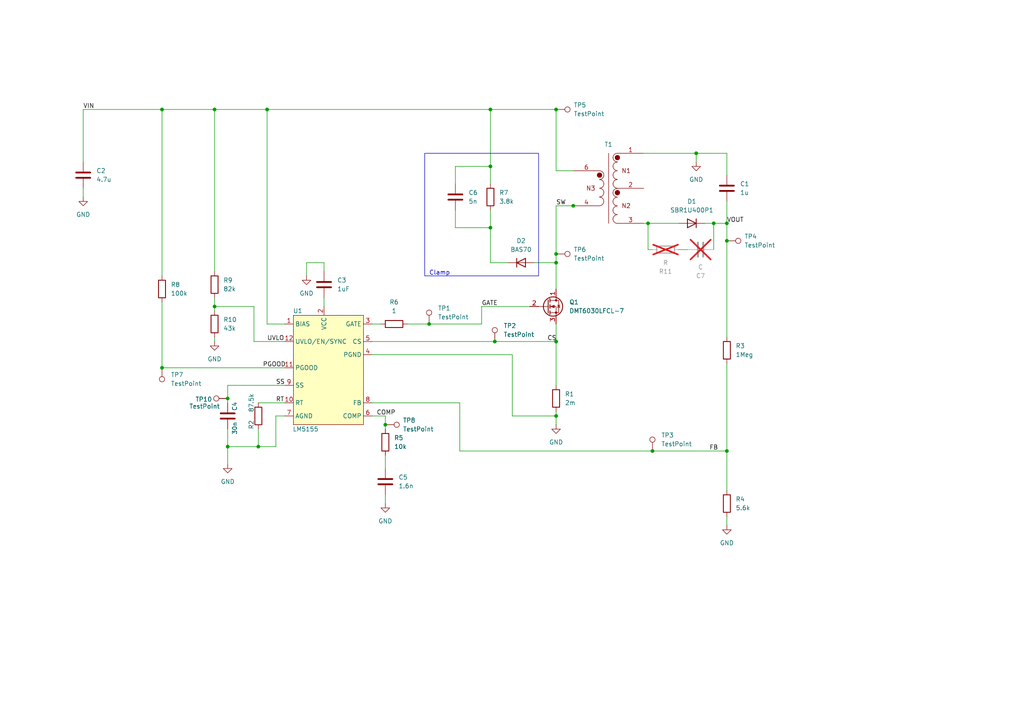
<source format=kicad_sch>
(kicad_sch (version 20250114) (generator "eeschema") (generator_version "9.0")
  (paper "A4")
  (lib_symbols
    (symbol "Connector:TestPoint" (pin_numbers (hide yes)) (pin_names (offset 0.762) (hide yes))
      (property "Reference" "TP" (at 0 6.858 0))
      (property "Value" "TestPoint" (at 0 5.08 0))
      (symbol "TestPoint_0_1"
        (circle (center 0 3.302) (radius 0.762))
      )
      (symbol "TestPoint_1_1"
        (pin passive line (at 0 0 90) (length 2.54) (name "1") (number "1"))
      )
    )
    (symbol "Device:C" (pin_numbers (hide yes)) (pin_names (offset 0.254))
      (property "Reference" "C" (at 0.635 2.54 0))
      (property "Value" "C" (at 0.635 -2.54 0))
      (symbol "C_0_1"
        (polyline (pts (xy -2.032 0.762) (xy 2.032 0.762)) (stroke (width 0.508)))
        (polyline (pts (xy -2.032 -0.762) (xy 2.032 -0.762)) (stroke (width 0.508)))
      )
      (symbol "C_1_1"
        (pin passive line (at 0 3.81 270) (length 2.794) (name "~") (number "1"))
        (pin passive line (at 0 -3.81 90) (length 2.794) (name "~") (number "2"))
      )
    )
    (symbol "Device:D" (pin_numbers (hide yes)) (pin_names (offset 1.016) (hide yes))
      (property "Reference" "D" (at 0 2.54 0))
      (property "Value" "D" (at 0 -2.54 0))
      (symbol "D_0_1"
        (polyline (pts (xy -1.27 1.27) (xy -1.27 -1.27)) (stroke (width 0.254)))
        (polyline (pts (xy 1.27 1.27) (xy 1.27 -1.27) (xy -1.27 0) (xy 1.27 1.27)) (stroke (width 0.254)))
        (polyline (pts (xy 1.27 0) (xy -1.27 0)))
      )
      (symbol "D_1_1"
        (pin passive line (at -3.81 0 0) (length 2.54) (name "K") (number "1"))
        (pin passive line (at 3.81 0 180) (length 2.54) (name "A") (number "2"))
      )
    )
    (symbol "Device:R" (pin_numbers (hide yes)) (pin_names (offset 0))
      (property "Reference" "R" (at 2.032 0 90))
      (property "Value" "R" (at 0 0 90))
      (symbol "R_0_1"
        (rectangle (start -1.016 -2.54) (end 1.016 2.54) (stroke (width 0.254)))
      )
      (symbol "R_1_1"
        (pin passive line (at 0 3.81 270) (length 1.27) (name "~") (number "1"))
        (pin passive line (at 0 -3.81 90) (length 1.27) (name "~") (number "2"))
      )
    )
    (symbol "LM5155-flyback:BAS70" (pin_numbers (hide yes)) (pin_names (hide yes))
      (property "Reference" "D" (at 0 2.54 0))
      (property "Value" "BAS70" (at 0 -2.54 0))
      (symbol "BAS70_0_1"
        (polyline (pts (xy -1.27 1.27) (xy -1.27 -1.27)) (stroke (width 0.254)))
        (polyline (pts (xy 1.27 1.27) (xy 1.27 -1.27) (xy -1.27 0) (xy 1.27 1.27)) (stroke (width 0.254)))
        (polyline (pts (xy 1.27 0) (xy -1.27 0)))
      )
      (symbol "BAS70_1_1"
        (pin passive line (at -3.81 0 0) (length 2.54) (name "K") (number "3"))
        (pin no_connect line (at -1.27 0 0) (length 2.54) (hide yes) (name "NC") (number "2"))
        (pin passive line (at 3.81 0 180) (length 2.54) (name "A") (number "1"))
      )
    )
    (symbol "LM5155-flyback:LM5155"
      (property "Reference" "U" (at -9.652 13.97 0))
      (property "Value" "LM5155" (at -6.604 -20.32 0))
      (symbol "LM5155_1_1"
        (rectangle (start -10.16 12.7) (end 10.16 -19.05) (fill (type background)))
        (pin power_in line (at -12.7 10.16 0) (length 2.54) (name "BIAS") (number "1"))
        (pin passive line (at -12.7 5.08 0) (length 2.54) (name "UVLO/EN/SYNC") (number "12"))
        (pin open_collector line (at -12.7 -2.54 0) (length 2.54) (name "PGOOD") (number "11"))
        (pin passive line (at -12.7 -7.62 0) (length 2.54) (name "SS") (number "9"))
        (pin passive line (at -12.7 -12.7 0) (length 2.54) (name "RT") (number "10"))
        (pin passive line (at -12.7 -16.51 0) (length 2.54) (hide yes) (name "") (number "13"))
        (pin power_in line (at -12.7 -16.51 0) (length 2.54) (name "AGND") (number "7"))
        (pin power_out line (at -1.27 15.24 270) (length 2.54) (name "VCC") (number "2"))
        (pin output line (at 12.7 10.16 180) (length 2.54) (name "GATE") (number "3"))
        (pin passive line (at 12.7 5.08 180) (length 2.54) (name "CS") (number "5"))
        (pin power_in line (at 12.7 1.27 180) (length 2.54) (name "PGND") (number "4"))
        (pin passive line (at 12.7 -12.7 180) (length 2.54) (name "FB") (number "8"))
        (pin passive line (at 12.7 -16.51 180) (length 2.54) (name "COMP") (number "6"))
      )
    )
    (symbol "Transformer_Wurth_WE-FLYLT:EP7-5801_750315825" (pin_names (hide yes))
      (property "Reference" "T" (at 0 12.7 0))
      (symbol "EP7-5801_750315825_0_1"
        (arc (start -1.27 8.89) (mid -1.6561 8.0137) (end -2.54 7.6454))
        (arc (start -1.27 6.35) (mid -1.6561 5.4737) (end -2.54 5.1054))
        (arc (start -1.27 3.81) (mid -1.6561 2.9337) (end -2.54 2.5654))
        (arc (start -1.27 1.27) (mid -1.6561 0.3937) (end -2.54 0.0254))
        (arc (start -2.54 10.16) (mid -1.642 9.788) (end -1.27 8.89))
        (arc (start -2.54 7.62) (mid -1.642 7.248) (end -1.27 6.35))
        (arc (start -2.54 5.08) (mid -1.642 4.708) (end -1.27 3.81))
        (arc (start -2.54 2.54) (mid -1.642 2.168) (end -1.27 1.27))
        (arc (start -1.2515 -1.3145) (mid -1.6376 -2.1908) (end -2.5215 -2.5591))
        (arc (start -1.2515 -3.8545) (mid -1.6376 -4.7308) (end -2.5215 -5.0991))
        (arc (start -1.2515 -6.3945) (mid -1.6376 -7.2708) (end -2.5215 -7.6391))
        (arc (start -1.2515 -8.9345) (mid -1.6376 -9.8108) (end -2.5215 -10.1791))
        (arc (start -2.5215 -0.0445) (mid -1.6235 -0.4165) (end -1.2515 -1.3145))
        (arc (start -2.5215 -2.5845) (mid -1.6235 -2.9565) (end -1.2515 -3.8545))
        (arc (start -2.5215 -5.1245) (mid -1.6235 -5.4965) (end -1.2515 -6.3945))
        (arc (start -2.5215 -7.6645) (mid -1.6235 -8.0365) (end -1.2515 -8.9345))
        (polyline (pts (xy 0 10.16) (xy 0 -10.16)))
        (arc (start 1.397 3.81) (mid 1.7472 4.7118) (end 2.6416 5.08))
        (arc (start 1.397 1.27) (mid 1.7472 2.1718) (end 2.6416 2.54))
        (arc (start 1.397 -1.27) (mid 1.7472 -0.3682) (end 2.6416 0))
        (arc (start 2.6416 2.5654) (mid 1.7611 2.9297) (end 1.397 3.81))
        (arc (start 2.6416 0.0254) (mid 1.7611 0.3897) (end 1.397 1.27))
        (arc (start 2.6416 -2.5146) (mid 1.7611 -2.1503) (end 1.397 -1.27))
        (arc (start 1.4224 -3.81) (mid 1.7727 -2.9087) (end 2.667 -2.54))
        (arc (start 2.667 -5.0546) (mid 1.7871 -4.6899) (end 1.4224 -3.81))
      )
      (symbol "EP7-5801_750315825_1_1"
        (circle (center -2.54 8.89) (radius 0.0001) (stroke (width 0.762)))
        (circle (center -2.54 -1.27) (radius 0.0001) (stroke (width 0.762)))
        (circle (center 2.6416 3.81) (radius 0.0001) (stroke (width 0.762)))
        (text "N1" (at -5.08 5.08 0) (effects (font (size 1.27 1.27))))
        (text "N2" (at -5.08 -5.08 0) (effects (font (size 1.27 1.27))))
        (text "N3" (at 5.1816 0 0) (effects (font (size 1.27 1.27))))
        (pin passive line (at -10.16 10.16 0) (length 7.62) (name "1") (number "1"))
        (pin passive line (at -10.16 0 0) (length 7.62) (name "2") (number "2"))
        (pin passive line (at -10.16 -10.16 0) (length 7.62) (name "3") (number "3"))
        (pin passive line (at 10.2616 5.08 180) (length 7.62) (name "6") (number "6"))
        (pin passive line (at 10.2616 -5.08 180) (length 7.62) (name "4") (number "4"))
      )
    )
    (symbol "Transistor_FET:Q_NMOS_DGS" (pin_names (offset 0) (hide yes))
      (property "Reference" "Q" (at 5.08 1.905 0))
      (property "Value" "Q_NMOS_DGS" (at 5.08 0 0))
      (symbol "Q_NMOS_DGS_0_1"
        (polyline (pts (xy 0.254 1.905) (xy 0.254 -1.905)) (stroke (width 0.254)))
        (polyline (pts (xy 0.254 0) (xy -2.54 0)))
        (polyline (pts (xy 0.762 2.286) (xy 0.762 1.27)) (stroke (width 0.254)))
        (polyline (pts (xy 0.762 0.508) (xy 0.762 -0.508)) (stroke (width 0.254)))
        (polyline (pts (xy 0.762 -1.27) (xy 0.762 -2.286)) (stroke (width 0.254)))
        (polyline (pts (xy 0.762 -1.778) (xy 3.302 -1.778) (xy 3.302 1.778) (xy 0.762 1.778)))
        (polyline (pts (xy 1.016 0) (xy 2.032 0.381) (xy 2.032 -0.381) (xy 1.016 0)) (fill (type outline)))
        (circle (center 1.651 0) (radius 2.794) (stroke (width 0.254)))
        (polyline (pts (xy 2.54 2.54) (xy 2.54 1.778)))
        (circle (center 2.54 1.778) (radius 0.254) (fill (type outline)))
        (circle (center 2.54 -1.778) (radius 0.254) (fill (type outline)))
        (polyline (pts (xy 2.54 -2.54) (xy 2.54 0) (xy 0.762 0)))
        (polyline (pts (xy 2.921 0.381) (xy 3.683 0.381)))
        (polyline (pts (xy 3.302 0.381) (xy 2.921 -0.254) (xy 3.683 -0.254) (xy 3.302 0.381)))
      )
      (symbol "Q_NMOS_DGS_1_1"
        (pin input line (at -5.08 0 0) (length 2.54) (name "G") (number "2"))
        (pin passive line (at 2.54 5.08 270) (length 2.54) (name "D") (number "1"))
        (pin passive line (at 2.54 -5.08 90) (length 2.54) (name "S") (number "3"))
      )
    )
    (symbol "power:GND" (power) (pin_numbers (hide yes)) (pin_names (offset 0) (hide yes))
      (property "Value" "GND" (at 0 -3.81 0))
      (symbol "GND_0_1"
        (polyline (pts (xy 0 0) (xy 0 -1.27) (xy 1.27 -1.27) (xy 0 -2.54) (xy -1.27 -1.27) (xy 0 -1.27)))
      )
      (symbol "GND_1_1"
        (pin power_in line (at 0 0 270) (length 0) (name "~") (number "1"))
      )
    )
  )
  (rectangle (start 123.19 44.45) (end 156.21 80.01))
  (text "Clamp" (at 127.508 79.248 0) (effects (font (size 1.27 1.27))))
  (junction (at 189.23 130.81))
  (junction (at 142.24 48.26))
  (junction (at 124.46 93.98))
  (junction (at 143.51 99.06))
  (junction (at 66.04 129.54))
  (junction (at 62.23 88.9))
  (junction (at 111.76 123.19))
  (junction (at 161.29 31.75))
  (junction (at 207.01 64.77))
  (junction (at 161.29 99.06))
  (junction (at 201.93 44.45))
  (junction (at 161.29 76.2))
  (junction (at 187.96 64.77))
  (junction (at 161.29 73.66))
  (junction (at 142.24 31.75))
  (junction (at 166.2684 59.69))
  (junction (at 66.04 115.57))
  (junction (at 74.93 129.54))
  (junction (at 210.82 64.77))
  (junction (at 62.23 31.75))
  (junction (at 46.99 31.75))
  (junction (at 142.24 66.04))
  (junction (at 77.47 31.75))
  (junction (at 161.29 120.65))
  (junction (at 210.82 130.81))
  (junction (at 210.82 69.85))
  (junction (at 46.99 106.68))
  (wire (pts (xy 66.04 124.46) (xy 66.04 129.54)))
  (wire (pts (xy 142.24 48.26) (xy 142.24 31.75)))
  (wire (pts (xy 189.23 72.39) (xy 187.96 72.39)))
  (wire (pts (xy 88.9 76.2) (xy 93.98 76.2)))
  (wire (pts (xy 74.93 116.84) (xy 82.55 116.84)))
  (wire (pts (xy 161.29 59.69) (xy 161.29 73.66)))
  (wire (pts (xy 46.99 31.75) (xy 46.99 80.01)))
  (wire (pts (xy 46.99 31.75) (xy 62.23 31.75)))
  (wire (pts (xy 161.29 73.66) (xy 161.29 76.2)))
  (wire (pts (xy 62.23 97.79) (xy 62.23 99.06)))
  (wire (pts (xy 142.24 53.34) (xy 142.24 48.26)))
  (wire (pts (xy 62.23 31.75) (xy 62.23 78.74)))
  (wire (pts (xy 210.82 64.77) (xy 210.82 58.42)))
  (wire (pts (xy 62.23 88.9) (xy 73.66 88.9)))
  (wire (pts (xy 107.95 99.06) (xy 143.51 99.06)))
  (wire (pts (xy 161.29 119.38) (xy 161.29 120.65)))
  (wire (pts (xy 118.11 93.98) (xy 124.46 93.98)))
  (wire (pts (xy 166.37 59.69) (xy 166.2684 59.69)))
  (wire (pts (xy 196.85 72.39) (xy 199.39 72.39)))
  (wire (pts (xy 62.23 86.36) (xy 62.23 88.9)))
  (wire (pts (xy 66.04 111.76) (xy 82.55 111.76)))
  (wire (pts (xy 161.29 120.65) (xy 161.29 123.19)))
  (wire (pts (xy 124.46 93.98) (xy 139.7 93.98)))
  (wire (pts (xy 66.04 115.57) (xy 66.04 116.84)))
  (wire (pts (xy 142.24 76.2) (xy 142.24 66.04)))
  (wire (pts (xy 166.2684 59.69) (xy 161.29 59.69)))
  (wire (pts (xy 62.23 31.75) (xy 77.47 31.75)))
  (wire (pts (xy 210.82 69.85) (xy 210.82 97.79)))
  (wire (pts (xy 66.04 111.76) (xy 66.04 115.57)))
  (wire (pts (xy 111.76 123.19) (xy 111.76 124.46)))
  (wire (pts (xy 201.93 44.45) (xy 186.69 44.45)))
  (wire (pts (xy 210.82 50.8) (xy 210.82 44.45)))
  (wire (pts (xy 161.29 31.75) (xy 142.24 31.75)))
  (wire (pts (xy 210.82 44.45) (xy 201.93 44.45)))
  (wire (pts (xy 107.95 116.84) (xy 133.35 116.84)))
  (wire (pts (xy 24.13 31.75) (xy 24.13 46.99)))
  (wire (pts (xy 74.93 124.46) (xy 74.93 129.54)))
  (wire (pts (xy 111.76 120.65) (xy 111.76 123.19)))
  (wire (pts (xy 161.29 76.2) (xy 161.29 83.82)))
  (wire (pts (xy 66.04 129.54) (xy 66.04 134.62)))
  (wire (pts (xy 132.08 66.04) (xy 142.24 66.04)))
  (wire (pts (xy 147.32 76.2) (xy 142.24 76.2)))
  (wire (pts (xy 46.99 87.63) (xy 46.99 106.68)))
  (wire (pts (xy 133.35 130.81) (xy 189.23 130.81)))
  (wire (pts (xy 93.98 76.2) (xy 93.98 78.74)))
  (wire (pts (xy 139.7 93.98) (xy 139.7 88.9)))
  (wire (pts (xy 161.29 99.06) (xy 161.29 111.76)))
  (wire (pts (xy 132.08 53.34) (xy 132.08 48.26)))
  (wire (pts (xy 201.93 44.45) (xy 201.93 46.99)))
  (wire (pts (xy 161.29 49.53) (xy 166.2684 49.53)))
  (wire (pts (xy 93.98 86.36) (xy 93.98 88.9)))
  (wire (pts (xy 88.9 80.01) (xy 88.9 76.2)))
  (wire (pts (xy 207.01 64.77) (xy 210.82 64.77)))
  (wire (pts (xy 207.01 64.77) (xy 207.01 72.39)))
  (wire (pts (xy 73.66 99.06) (xy 82.55 99.06)))
  (wire (pts (xy 46.99 106.68) (xy 82.55 106.68)))
  (wire (pts (xy 161.29 93.98) (xy 161.29 99.06)))
  (wire (pts (xy 133.35 116.84) (xy 133.35 130.81)))
  (wire (pts (xy 107.95 102.87) (xy 148.59 102.87)))
  (wire (pts (xy 80.01 129.54) (xy 74.93 129.54)))
  (wire (pts (xy 77.47 93.98) (xy 77.47 31.75)))
  (wire (pts (xy 139.7 88.9) (xy 153.67 88.9)))
  (wire (pts (xy 132.08 60.96) (xy 132.08 66.04)))
  (wire (pts (xy 187.96 64.77) (xy 196.85 64.77)))
  (wire (pts (xy 111.76 120.65) (xy 107.95 120.65)))
  (wire (pts (xy 73.66 88.9) (xy 73.66 99.06)))
  (wire (pts (xy 107.95 93.98) (xy 110.49 93.98)))
  (wire (pts (xy 161.29 49.53) (xy 161.29 31.75)))
  (wire (pts (xy 210.82 149.86) (xy 210.82 152.4)))
  (wire (pts (xy 189.23 130.81) (xy 210.82 130.81)))
  (wire (pts (xy 111.76 143.51) (xy 111.76 146.05)))
  (wire (pts (xy 24.13 31.75) (xy 46.99 31.75)))
  (wire (pts (xy 80.01 120.65) (xy 80.01 129.54)))
  (wire (pts (xy 187.96 72.39) (xy 187.96 64.77)))
  (wire (pts (xy 210.82 64.77) (xy 210.82 69.85)))
  (wire (pts (xy 132.08 48.26) (xy 142.24 48.26)))
  (wire (pts (xy 62.23 88.9) (xy 62.23 90.17)))
  (wire (pts (xy 210.82 130.81) (xy 210.82 142.24)))
  (wire (pts (xy 142.24 60.96) (xy 142.24 66.04)))
  (wire (pts (xy 204.47 64.77) (xy 207.01 64.77)))
  (wire (pts (xy 142.24 31.75) (xy 77.47 31.75)))
  (wire (pts (xy 154.94 76.2) (xy 161.29 76.2)))
  (wire (pts (xy 82.55 120.65) (xy 80.01 120.65)))
  (wire (pts (xy 143.51 99.06) (xy 161.29 99.06)))
  (wire (pts (xy 82.55 93.98) (xy 77.47 93.98)))
  (wire (pts (xy 111.76 132.08) (xy 111.76 135.89)))
  (wire (pts (xy 210.82 105.41) (xy 210.82 130.81)))
  (wire (pts (xy 148.59 120.65) (xy 161.29 120.65)))
  (wire (pts (xy 24.13 54.61) (xy 24.13 57.15)))
  (wire (pts (xy 74.93 129.54) (xy 66.04 129.54)))
  (wire (pts (xy 186.69 64.77) (xy 187.96 64.77)))
  (wire (pts (xy 148.59 102.87) (xy 148.59 120.65)))
  (label "SS" (at 80.01 111.76 0))
  (label "PGOOD" (at 76.2 106.68 0))
  (label "RT" (at 80.01 116.84 0))
  (label "CS" (at 158.75 99.06 0))
  (label "VOUT" (at 210.82 64.77 0))
  (label "VIN" (at 24.13 31.75 0))
  (label "SW" (at 161.29 59.69 0))
  (label "FB" (at 205.74 130.81 0))
  (label "UVLO" (at 77.47 99.06 0))
  (label "GATE" (at 139.7 88.9 0))
  (label "COMP" (at 109.22 120.65 0))
  (symbol (lib_id "power:GND") (at 210.82 152.4 0) (unit 1)
    (property "Reference" "#PWR06" (effects (hide yes)))
    (property "Value" "GND" (at 210.82 157.48 0))
    (property "Description" "Power symbol creates a global label with name \"GND\" , ground" (effects (hide yes)))
  )
  (symbol (lib_id "Connector:TestPoint") (at 111.76 123.19 270) (unit 1)
    (property "Reference" "TP8" (at 116.84 121.9199 90) (effects (justify left)))
    (property "Value" "TestPoint" (at 116.84 124.4599 90) (effects (justify left)))
    (property "Footprint" "TestPoint:TestPoint_Keystone_5019_Miniature" (effects (hide yes)))
    (property "Description" "test point" (effects (hide yes)))
  )
  (symbol (lib_id "Device:R") (at 111.76 128.27 0) (unit 1)
    (property "Reference" "R5" (at 114.3 126.9999 0) (effects (justify left)))
    (property "Value" "10k" (at 114.3 129.5399 0) (effects (justify left)))
    (property "Footprint" "Resistor_SMD:R_0805_2012Metric_Pad1.20x1.40mm_HandSolder" (effects (hide yes)))
    (property "Description" "Resistor" (effects (hide yes)))
  )
  (symbol (lib_id "Connector:TestPoint") (at 46.99 106.68 180) (unit 1)
    (property "Reference" "TP7" (at 49.53 108.7119 0) (effects (justify right)))
    (property "Value" "TestPoint" (at 49.53 111.2519 0) (effects (justify right)))
    (property "Footprint" "TestPoint:TestPoint_Keystone_5019_Miniature" (effects (hide yes)))
    (property "Description" "test point" (effects (hide yes)))
  )
  (symbol (lib_id "Device:R") (at 74.93 120.65 180) (unit 1)
    (property "Reference" "R2" (at 72.898 123.19 90))
    (property "Value" "87.5k" (at 72.898 116.84 90))
    (property "Footprint" "Resistor_SMD:R_0805_2012Metric_Pad1.20x1.40mm_HandSolder" (effects (hide yes)))
    (property "Description" "Resistor" (effects (hide yes)))
  )
  (symbol (lib_id "Device:R") (at 210.82 146.05 0) (unit 1)
    (property "Reference" "R4" (at 213.36 144.7799 0) (effects (justify left)))
    (property "Value" "5.6k" (at 213.36 147.3199 0) (effects (justify left)))
    (property "Footprint" "Resistor_SMD:R_0805_2012Metric_Pad1.20x1.40mm_HandSolder" (effects (hide yes)))
    (property "Description" "Resistor" (effects (hide yes)))
  )
  (symbol (lib_id "Transformer_Wurth_WE-FLYLT:EP7-5801_750315825") (at 176.53 54.61 0) (mirror y) (unit 1)
    (property "Reference" "T1" (at 176.4792 41.91 0))
    (property "Value" "EP7-5801_750315825" (effects (hide yes)))
    (property "Footprint" "Transformer_SMD_Wurth:T_Wurth_WE-FLYLT-EP7-5801" (effects (hide yes)))
    (property "Datasheet" "https://www.we-online.com/catalog/datasheet/750315825.pdf?ki" (effects (hide yes)))
    (property "Description" "Flyback Transformers for Linear Technology" (effects (hide yes)))
    (property "Manufacturer" "Wurth Elektronik" (effects (hide yes)))
    (property "Manufacturer URL" "https://www.we-online.com" (effects (hide yes)))
    (property "Published Date" "20250409" (effects (hide yes)))
    (property "Match Code" "WE-FLYLT" (effects (hide yes)))
    (property "Part Number" "750315825" (effects (hide yes)))
    (property "Size" "EP7-5801" (effects (hide yes)))
    (property "Mounting Technology" "SMT" (effects (hide yes)))
    (property "VIN" "36 - 72 V (DC)" (effects (hide yes)))
    (property "VOut1 (V)" "3.3" (effects (hide yes)))
    (property "IOut1 (mA)" "1000" (effects (hide yes)))
    (property "VOut2 (V)" "–" (effects (hide yes)))
    (property "IOut2 (mA)" "–" (effects (hide yes)))
    (property "Vaux (V)" "–" (effects (hide yes)))
    (property "L (µH)" "150.0" (effects (hide yes)))
    (property "n" "8:1" (effects (hide yes)))
    (property "ISAT (A)" "0.9" (effects (hide yes)))
    (property "LS (µH)" "6.0" (effects (hide yes)))
    (property "VT (V)" "1500" (effects (hide yes)))
    (property "IC Reference" "LT8303" (effects (hide yes)))
  )
  (symbol (lib_id "Device:R") (at 62.23 82.55 0) (unit 1)
    (property "Reference" "R9" (at 64.77 81.2799 0) (effects (justify left)))
    (property "Value" "82k" (at 64.77 83.8199 0) (effects (justify left)))
    (property "Footprint" "Resistor_SMD:R_0805_2012Metric_Pad1.20x1.40mm_HandSolder" (effects (hide yes)))
    (property "Description" "Resistor" (effects (hide yes)))
  )
  (symbol (lib_id "LM5155-flyback:BAS70") (at 151.13 76.2 0) (unit 1)
    (property "Reference" "D2" (at 151.13 69.85 0))
    (property "Value" "BAS70" (at 151.13 72.39 0))
    (property "Footprint" "Package_TO_SOT_SMD:SOT-23" (effects (hide yes)))
    (property "Datasheet" "https://www.diodes.com/assets/Datasheets/Ds12004.pdf" (effects (hide yes)))
    (property "Description" "250V, 0.4A, High-speed Switching Diode, SOT-23" (effects (hide yes)))
  )
  (symbol (lib_id "LM5155-flyback:LM5155") (at 95.25 104.14 0) (unit 1)
    (property "Reference" "U1" (at 86.36 90.17 0))
    (property "Value" "LM5155" (at 88.646 124.46 0))
    (property "Footprint" "LM5155-flyback:WSON-12-1EP_3x2mm_P0.5mm_EP1x2.65_ThermalVias" (effects (hide yes)))
    (property "Datasheet" "https://www.ti.com/lit/ds/symlink/lm5155.pdf" (effects (hide yes)))
    (property "Description" "2.2-MHz Wide Input Nonsynchronous Boost, SEPIC, Flyback Controller" (effects (hide yes)))
  )
  (symbol (lib_id "Connector:TestPoint") (at 124.46 93.98 0) (unit 1)
    (property "Reference" "TP1" (at 127 89.4079 0) (effects (justify left)))
    (property "Value" "TestPoint" (at 127 91.9479 0) (effects (justify left)))
    (property "Footprint" "TestPoint:TestPoint_Keystone_5019_Miniature" (effects (hide yes)))
    (property "Description" "test point" (effects (hide yes)))
  )
  (symbol (lib_id "power:GND") (at 161.29 123.19 0) (unit 1)
    (property "Reference" "#PWR02" (effects (hide yes)))
    (property "Value" "GND" (at 161.29 128.27 0))
    (property "Description" "Power symbol creates a global label with name \"GND\" , ground" (effects (hide yes)))
  )
  (symbol (lib_id "power:GND") (at 66.04 134.62 0) (unit 1)
    (property "Reference" "#PWR04" (effects (hide yes)))
    (property "Value" "GND" (at 66.04 139.7 0))
    (property "Description" "Power symbol creates a global label with name \"GND\" , ground" (effects (hide yes)))
  )
  (symbol (lib_id "Device:C") (at 66.04 120.65 0) (unit 1)
    (property "Reference" "C4" (at 68.072 117.856 90))
    (property "Value" "30n" (at 68.072 124.206 90))
    (property "Footprint" "Capacitor_SMD:C_0805_2012Metric_Pad1.18x1.45mm_HandSolder" (effects (hide yes)))
    (property "Description" "Unpolarized capacitor" (effects (hide yes)))
  )
  (symbol (lib_id "power:GND") (at 201.93 46.99 0) (unit 1)
    (property "Reference" "#PWR01" (effects (hide yes)))
    (property "Value" "GND" (at 201.93 52.07 0))
    (property "Description" "Power symbol creates a global label with name \"GND\" , ground" (effects (hide yes)))
  )
  (symbol (lib_id "Transistor_FET:Q_NMOS_DGS") (at 158.75 88.9 0) (unit 1)
    (property "Reference" "Q1" (at 165.1 87.6299 0) (effects (justify left)))
    (property "Value" "DMT6030LFCL-7" (at 165.1 90.1699 0) (effects (justify left)))
    (property "Footprint" "LM5155-flyback:U-DFN1616-6" (effects (hide yes)))
    (property "Description" "N-MOSFET transistor, drain/gate/source" (effects (hide yes)))
  )
  (symbol (lib_id "Device:R") (at 193.04 72.39 90) (mirror x) (unit 1) (dnp yes)
    (property "Reference" "R11" (at 193.04 78.74 90))
    (property "Value" "R" (at 193.04 76.2 90))
    (property "Footprint" "Resistor_SMD:R_0805_2012Metric_Pad1.20x1.40mm_HandSolder" (effects (hide yes)))
    (property "Description" "Resistor" (effects (hide yes)))
  )
  (symbol (lib_id "Connector:TestPoint") (at 189.23 130.81 0) (unit 1)
    (property "Reference" "TP3" (at 191.77 126.2379 0) (effects (justify left)))
    (property "Value" "TestPoint" (at 191.77 128.7779 0) (effects (justify left)))
    (property "Footprint" "TestPoint:TestPoint_Keystone_5019_Miniature" (effects (hide yes)))
    (property "Description" "test point" (effects (hide yes)))
  )
  (symbol (lib_id "Device:C") (at 111.76 139.7 0) (unit 1)
    (property "Reference" "C5" (at 115.57 138.4299 0) (effects (justify left)))
    (property "Value" "1.6n" (at 115.57 140.9699 0) (effects (justify left)))
    (property "Footprint" "Capacitor_SMD:C_0805_2012Metric_Pad1.18x1.45mm_HandSolder" (effects (hide yes)))
    (property "Description" "Unpolarized capacitor" (effects (hide yes)))
  )
  (symbol (lib_id "power:GND") (at 24.13 57.15 0) (unit 1)
    (property "Reference" "#PWR03" (effects (hide yes)))
    (property "Value" "GND" (at 24.13 62.23 0))
    (property "Description" "Power symbol creates a global label with name \"GND\" , ground" (effects (hide yes)))
  )
  (symbol (lib_id "power:GND") (at 88.9 80.01 0) (unit 1)
    (property "Reference" "#PWR05" (effects (hide yes)))
    (property "Value" "GND" (at 88.9 85.09 0))
    (property "Description" "Power symbol creates a global label with name \"GND\" , ground" (effects (hide yes)))
  )
  (symbol (lib_id "Device:R") (at 210.82 101.6 0) (unit 1)
    (property "Reference" "R3" (at 213.36 100.3299 0) (effects (justify left)))
    (property "Value" "1Meg" (at 213.36 102.8699 0) (effects (justify left)))
    (property "Footprint" "Resistor_SMD:R_0805_2012Metric_Pad1.20x1.40mm_HandSolder" (effects (hide yes)))
    (property "Description" "Resistor" (effects (hide yes)))
  )
  (symbol (lib_id "Device:C") (at 93.98 82.55 0) (unit 1)
    (property "Reference" "C3" (at 97.79 81.2799 0) (effects (justify left)))
    (property "Value" "1uF" (at 97.79 83.8199 0) (effects (justify left)))
    (property "Footprint" "Capacitor_SMD:C_0805_2012Metric_Pad1.18x1.45mm_HandSolder" (effects (hide yes)))
    (property "Description" "Unpolarized capacitor" (effects (hide yes)))
  )
  (symbol (lib_id "Device:R") (at 114.3 93.98 90) (unit 1)
    (property "Reference" "R6" (at 114.3 87.63 90))
    (property "Value" "1" (at 114.3 90.17 90))
    (property "Footprint" "Resistor_SMD:R_0805_2012Metric_Pad1.20x1.40mm_HandSolder" (effects (hide yes)))
    (property "Description" "Resistor" (effects (hide yes)))
  )
  (symbol (lib_id "Device:R") (at 46.99 83.82 0) (unit 1)
    (property "Reference" "R8" (at 49.53 82.5499 0) (effects (justify left)))
    (property "Value" "100k" (at 49.53 85.0899 0) (effects (justify left)))
    (property "Footprint" "Resistor_SMD:R_0805_2012Metric_Pad1.20x1.40mm_HandSolder" (effects (hide yes)))
    (property "Description" "Resistor" (effects (hide yes)))
  )
  (symbol (lib_id "Connector:TestPoint") (at 143.51 99.06 0) (unit 1)
    (property "Reference" "TP2" (at 146.05 94.4879 0) (effects (justify left)))
    (property "Value" "TestPoint" (at 146.05 97.0279 0) (effects (justify left)))
    (property "Footprint" "TestPoint:TestPoint_Keystone_5019_Miniature" (effects (hide yes)))
    (property "Description" "test point" (effects (hide yes)))
  )
  (symbol (lib_id "Connector:TestPoint") (at 161.29 31.75 270) (unit 1)
    (property "Reference" "TP5" (at 166.37 30.4799 90) (effects (justify left)))
    (property "Value" "TestPoint" (at 166.37 33.0199 90) (effects (justify left)))
    (property "Footprint" "TestPoint:TestPoint_Keystone_5019_Miniature" (effects (hide yes)))
    (property "Description" "test point" (effects (hide yes)))
  )
  (symbol (lib_id "power:GND") (at 62.23 99.06 0) (unit 1)
    (property "Reference" "#PWR08" (effects (hide yes)))
    (property "Value" "GND" (at 62.23 104.14 0))
    (property "Description" "Power symbol creates a global label with name \"GND\" , ground" (effects (hide yes)))
  )
  (symbol (lib_id "Device:R") (at 142.24 57.15 0) (unit 1)
    (property "Reference" "R7" (at 144.78 55.8799 0) (effects (justify left)))
    (property "Value" "3.8k" (at 144.78 58.4199 0) (effects (justify left)))
    (property "Footprint" "Resistor_SMD:R_0805_2012Metric_Pad1.20x1.40mm_HandSolder" (effects (hide yes)))
    (property "Description" "Resistor" (effects (hide yes)))
  )
  (symbol (lib_id "Device:C") (at 132.08 57.15 0) (unit 1)
    (property "Reference" "C6" (at 135.89 55.8799 0) (effects (justify left)))
    (property "Value" "5n" (at 135.89 58.4199 0) (effects (justify left)))
    (property "Footprint" "Capacitor_SMD:C_0805_2012Metric_Pad1.18x1.45mm_HandSolder" (effects (hide yes)))
    (property "Description" "Unpolarized capacitor" (effects (hide yes)))
  )
  (symbol (lib_id "Device:C") (at 24.13 50.8 0) (unit 1)
    (property "Reference" "C2" (at 27.94 49.5299 0) (effects (justify left)))
    (property "Value" "4.7u" (at 27.94 52.0699 0) (effects (justify left)))
    (property "Footprint" "Capacitor_SMD:C_0805_2012Metric_Pad1.18x1.45mm_HandSolder" (effects (hide yes)))
    (property "Description" "Unpolarized capacitor" (effects (hide yes)))
  )
  (symbol (lib_id "Device:D") (at 200.66 64.77 180) (unit 1)
    (property "Reference" "D1" (at 200.66 58.42 0))
    (property "Value" "SBR1U400P1" (at 200.66 60.96 0))
    (property "Footprint" "Diode_SMD:D_PowerDI-123" (effects (hide yes)))
    (property "Description" "Diode" (effects (hide yes)))
    (property "Sim.Device" "D" (effects (hide yes)))
    (property "Sim.Pins" "1=K 2=A" (effects (hide yes)))
  )
  (symbol (lib_id "Device:C") (at 210.82 54.61 0) (unit 1)
    (property "Reference" "C1" (at 214.63 53.3399 0) (effects (justify left)))
    (property "Value" "1u" (at 214.63 55.8799 0) (effects (justify left)))
    (property "Footprint" "Capacitor_SMD:C_2220_5750Metric_Pad1.97x5.40mm_HandSolder" (effects (hide yes)))
    (property "Description" "Unpolarized capacitor" (effects (hide yes)))
  )
  (symbol (lib_id "Device:R") (at 161.29 115.57 0) (unit 1)
    (property "Reference" "R1" (at 163.83 114.2999 0) (effects (justify left)))
    (property "Value" "2m" (at 163.83 116.8399 0) (effects (justify left)))
    (property "Footprint" "Resistor_SMD:R_0805_2012Metric_Pad1.20x1.40mm_HandSolder" (effects (hide yes)))
    (property "Description" "Resistor" (effects (hide yes)))
  )
  (symbol (lib_id "Connector:TestPoint") (at 66.04 115.57 90) (mirror x) (unit 1)
    (property "Reference" "TP10" (at 56.642 115.824 90) (effects (justify right)))
    (property "Value" "TestPoint" (at 54.864 117.856 90) (effects (justify right)))
    (property "Footprint" "TestPoint:TestPoint_Keystone_5019_Miniature" (effects (hide yes)))
    (property "Description" "test point" (effects (hide yes)))
  )
  (symbol (lib_id "Connector:TestPoint") (at 161.29 73.66 270) (unit 1)
    (property "Reference" "TP6" (at 166.37 72.3899 90) (effects (justify left)))
    (property "Value" "TestPoint" (at 166.37 74.9299 90) (effects (justify left)))
    (property "Footprint" "TestPoint:TestPoint_Keystone_5019_Miniature" (effects (hide yes)))
    (property "Description" "test point" (effects (hide yes)))
  )
  (symbol (lib_id "power:GND") (at 111.76 146.05 0) (unit 1)
    (property "Reference" "#PWR07" (effects (hide yes)))
    (property "Value" "GND" (at 111.76 151.13 0))
    (property "Description" "Power symbol creates a global label with name \"GND\" , ground" (effects (hide yes)))
  )
  (symbol (lib_id "Device:R") (at 62.23 93.98 0) (unit 1)
    (property "Reference" "R10" (at 64.77 92.7099 0) (effects (justify left)))
    (property "Value" "43k" (at 64.77 95.2499 0) (effects (justify left)))
    (property "Footprint" "Resistor_SMD:R_0805_2012Metric_Pad1.20x1.40mm_HandSolder" (effects (hide yes)))
    (property "Description" "Resistor" (effects (hide yes)))
  )
  (symbol (lib_id "Connector:TestPoint") (at 210.82 69.85 270) (unit 1)
    (property "Reference" "TP4" (at 215.9 68.5799 90) (effects (justify left)))
    (property "Value" "TestPoint" (at 215.9 71.1199 90) (effects (justify left)))
    (property "Footprint" "TestPoint:TestPoint_Keystone_5019_Miniature" (effects (hide yes)))
    (property "Description" "test point" (effects (hide yes)))
  )
  (symbol (lib_id "Device:C") (at 203.2 72.39 270) (unit 1) (dnp yes)
    (property "Reference" "C7" (at 203.2 80.01 90))
    (property "Value" "C" (at 203.2 77.47 90))
    (property "Footprint" "Capacitor_SMD:C_0805_2012Metric_Pad1.18x1.45mm_HandSolder" (effects (hide yes)))
    (property "Description" "Unpolarized capacitor" (effects (hide yes)))
  )
)
</source>
